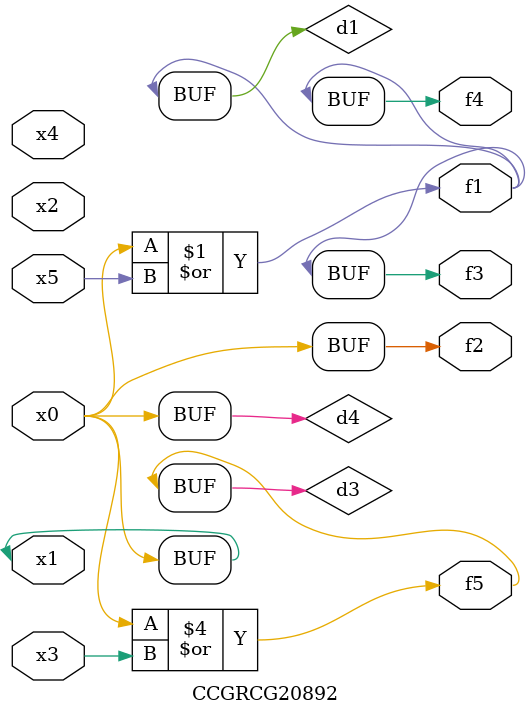
<source format=v>
module CCGRCG20892(
	input x0, x1, x2, x3, x4, x5,
	output f1, f2, f3, f4, f5
);

	wire d1, d2, d3, d4;

	or (d1, x0, x5);
	xnor (d2, x1, x4);
	or (d3, x0, x3);
	buf (d4, x0, x1);
	assign f1 = d1;
	assign f2 = d4;
	assign f3 = d1;
	assign f4 = d1;
	assign f5 = d3;
endmodule

</source>
